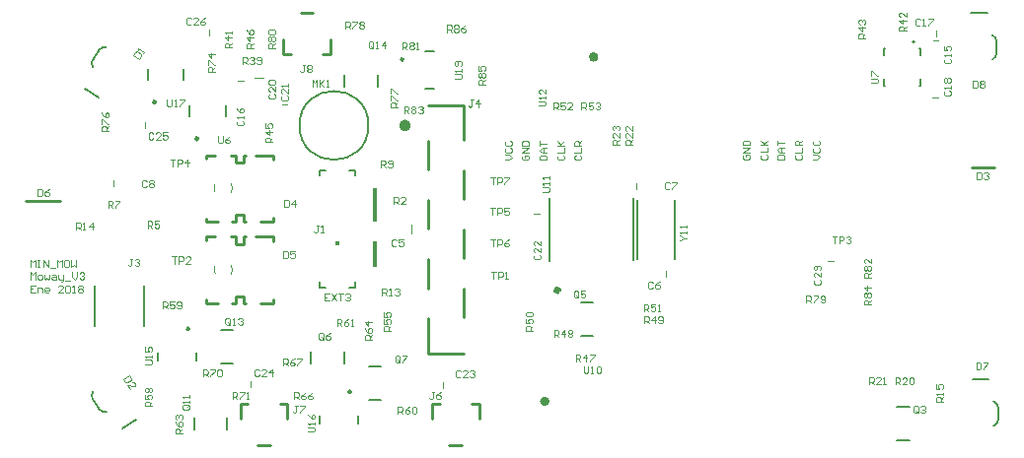
<source format=gto>
G04*
G04 #@! TF.GenerationSoftware,Altium Limited,Altium Designer,18.0.9 (584)*
G04*
G04 Layer_Color=65535*
%FSLAX44Y44*%
%MOMM*%
G71*
G01*
G75*
%ADD10C,0.1000*%
%ADD11C,0.2000*%
%ADD12C,0.5000*%
%ADD13C,0.1998*%
%ADD14C,0.2500*%
%ADD15C,0.4000*%
%ADD16C,0.2540*%
%ADD17R,0.3845X2.9500*%
%ADD18R,0.3845X2.3250*%
%ADD19R,0.3250X0.3500*%
D10*
X182995Y151364D02*
G03*
X183058Y159051I-6757J3898D01*
G01*
X169216Y158660D02*
G03*
X169261Y151773I7022J-3398D01*
G01*
X169216Y228660D02*
G03*
X169261Y221773I7022J-3398D01*
G01*
X182995Y221364D02*
G03*
X183058Y229051I-6757J3898D01*
G01*
X337893Y186242D02*
Y193742D01*
X556422Y148884D02*
Y153884D01*
X530952Y224576D02*
Y229576D01*
X82052Y226804D02*
Y231804D01*
X785102Y352232D02*
X790102D01*
X188435Y318000D02*
X193435D01*
X787751Y355894D02*
Y360894D01*
X784340Y303316D02*
X789340D01*
X203185Y320000D02*
X210685D01*
X226300Y297300D02*
X231300D01*
X442964Y203388D02*
X447964D01*
X364440Y53700D02*
Y58700D01*
X199300Y54050D02*
Y59050D01*
X109050Y277300D02*
Y282300D01*
X163750Y356250D02*
Y361250D01*
X695051Y162300D02*
X700050D01*
X682002Y250250D02*
X686001D01*
X688000Y252249D01*
X686001Y254249D01*
X682002D01*
X683002Y260247D02*
X682002Y259247D01*
Y257248D01*
X683002Y256248D01*
X687000D01*
X688000Y257248D01*
Y259247D01*
X687000Y260247D01*
X683002Y266245D02*
X682002Y265245D01*
Y263246D01*
X683002Y262246D01*
X687000D01*
X688000Y263246D01*
Y265245D01*
X687000Y266245D01*
X667752Y254249D02*
X666752Y253249D01*
Y251250D01*
X667752Y250250D01*
X671750D01*
X672750Y251250D01*
Y253249D01*
X671750Y254249D01*
X666752Y256248D02*
X672750D01*
Y260247D01*
Y262246D02*
X666752D01*
Y265245D01*
X667752Y266245D01*
X669751D01*
X670751Y265245D01*
Y262246D01*
Y264245D02*
X672750Y266245D01*
X651862Y250190D02*
X657860D01*
Y253189D01*
X656860Y254189D01*
X652862D01*
X651862Y253189D01*
Y250190D01*
X657860Y256188D02*
X653861D01*
X651862Y258187D01*
X653861Y260187D01*
X657860D01*
X654861D01*
Y256188D01*
X651862Y262186D02*
Y266185D01*
Y264186D01*
X657860D01*
X638260Y254312D02*
X637261Y253312D01*
Y251313D01*
X638260Y250313D01*
X642259D01*
X643259Y251313D01*
Y253312D01*
X642259Y254312D01*
X637261Y256311D02*
X643259D01*
Y260310D01*
X637261Y262310D02*
X643259D01*
X641259D01*
X637261Y266308D01*
X640259Y263309D01*
X643259Y266308D01*
X622890Y254189D02*
X621890Y253189D01*
Y251190D01*
X622890Y250190D01*
X626888D01*
X627888Y251190D01*
Y253189D01*
X626888Y254189D01*
X624889D01*
Y252189D01*
X627888Y256188D02*
X621890D01*
X627888Y260187D01*
X621890D01*
Y262186D02*
X627888D01*
Y265185D01*
X626888Y266185D01*
X622890D01*
X621890Y265185D01*
Y262186D01*
X417674Y249936D02*
X421673D01*
X423672Y251935D01*
X421673Y253935D01*
X417674D01*
X418674Y259933D02*
X417674Y258933D01*
Y256934D01*
X418674Y255934D01*
X422672D01*
X423672Y256934D01*
Y258933D01*
X422672Y259933D01*
X418674Y265931D02*
X417674Y264931D01*
Y262932D01*
X418674Y261932D01*
X422672D01*
X423672Y262932D01*
Y264931D01*
X422672Y265931D01*
X14667Y141634D02*
X10668D01*
Y135636D01*
X14667D01*
X10668Y138635D02*
X12667D01*
X16666Y135636D02*
Y139635D01*
X19665D01*
X20665Y138635D01*
Y135636D01*
X25663D02*
X23664D01*
X22664Y136636D01*
Y138635D01*
X23664Y139635D01*
X25663D01*
X26663Y138635D01*
Y137635D01*
X22664D01*
X38659Y135636D02*
X34660D01*
X38659Y139635D01*
Y140634D01*
X37659Y141634D01*
X35660D01*
X34660Y140634D01*
X40658D02*
X41658Y141634D01*
X43657D01*
X44657Y140634D01*
Y136636D01*
X43657Y135636D01*
X41658D01*
X40658Y136636D01*
Y140634D01*
X46656Y135636D02*
X48656D01*
X47656D01*
Y141634D01*
X46656Y140634D01*
X51655D02*
X52654Y141634D01*
X54654D01*
X55653Y140634D01*
Y139635D01*
X54654Y138635D01*
X55653Y137635D01*
Y136636D01*
X54654Y135636D01*
X52654D01*
X51655Y136636D01*
Y137635D01*
X52654Y138635D01*
X51655Y139635D01*
Y140634D01*
X52654Y138635D02*
X54654D01*
X10750Y147000D02*
Y152998D01*
X12749Y150999D01*
X14749Y152998D01*
Y147000D01*
X17748D02*
X19747D01*
X20747Y148000D01*
Y149999D01*
X19747Y150999D01*
X17748D01*
X16748Y149999D01*
Y148000D01*
X17748Y147000D01*
X22746Y150999D02*
Y148000D01*
X23746Y147000D01*
X24746Y148000D01*
X25745Y147000D01*
X26745Y148000D01*
Y150999D01*
X29744D02*
X31743D01*
X32743Y149999D01*
Y147000D01*
X29744D01*
X28744Y148000D01*
X29744Y148999D01*
X32743D01*
X34742Y150999D02*
Y148000D01*
X35742Y147000D01*
X38741D01*
Y146000D01*
X37741Y145001D01*
X36742D01*
X38741Y147000D02*
Y150999D01*
X40740Y146000D02*
X44739D01*
X46738Y152998D02*
Y148999D01*
X48738Y147000D01*
X50737Y148999D01*
Y152998D01*
X52736Y151998D02*
X53736Y152998D01*
X55735D01*
X56735Y151998D01*
Y150999D01*
X55735Y149999D01*
X54736D01*
X55735D01*
X56735Y148999D01*
Y148000D01*
X55735Y147000D01*
X53736D01*
X52736Y148000D01*
X10750Y157500D02*
Y163498D01*
X12749Y161499D01*
X14749Y163498D01*
Y157500D01*
X16748Y163498D02*
X18747D01*
X17748D01*
Y157500D01*
X16748D01*
X18747D01*
X21746D02*
Y163498D01*
X25745Y157500D01*
Y163498D01*
X27745Y156500D02*
X31743D01*
X33742Y157500D02*
Y163498D01*
X35742Y161499D01*
X37741Y163498D01*
Y157500D01*
X42740Y163498D02*
X40740D01*
X39741Y162498D01*
Y158500D01*
X40740Y157500D01*
X42740D01*
X43739Y158500D01*
Y162498D01*
X42740Y163498D01*
X45739D02*
Y157500D01*
X47738Y159499D01*
X49737Y157500D01*
Y163498D01*
X433406Y253681D02*
X432406Y252681D01*
Y250682D01*
X433406Y249682D01*
X437404D01*
X438404Y250682D01*
Y252681D01*
X437404Y253681D01*
X435405D01*
Y251681D01*
X438404Y255680D02*
X432406D01*
X438404Y259679D01*
X432406D01*
Y261678D02*
X438404D01*
Y264677D01*
X437404Y265677D01*
X433406D01*
X432406Y264677D01*
Y261678D01*
X447900Y249682D02*
X453898D01*
Y252681D01*
X452898Y253681D01*
X448900D01*
X447900Y252681D01*
Y249682D01*
X453898Y255680D02*
X449899D01*
X447900Y257679D01*
X449899Y259679D01*
X453898D01*
X450899D01*
Y255680D01*
X447900Y261678D02*
Y265677D01*
Y263678D01*
X453898D01*
X463632Y253681D02*
X462632Y252681D01*
Y250682D01*
X463632Y249682D01*
X467630D01*
X468630Y250682D01*
Y252681D01*
X467630Y253681D01*
X462632Y255680D02*
X468630D01*
Y259679D01*
X462632Y261678D02*
X468630D01*
X466631D01*
X462632Y265677D01*
X465631Y262678D01*
X468630Y265677D01*
X478618Y253681D02*
X477618Y252681D01*
Y250682D01*
X478618Y249682D01*
X482616D01*
X483616Y250682D01*
Y252681D01*
X482616Y253681D01*
X477618Y255680D02*
X483616D01*
Y259679D01*
Y261678D02*
X477618D01*
Y264677D01*
X478618Y265677D01*
X480617D01*
X481617Y264677D01*
Y261678D01*
Y263678D02*
X483616Y265677D01*
X266999Y134498D02*
X263000D01*
Y128500D01*
X266999D01*
X263000Y131499D02*
X264999D01*
X268998Y134498D02*
X272997Y128500D01*
Y134498D02*
X268998Y128500D01*
X274996Y134498D02*
X278995D01*
X276996D01*
Y128500D01*
X280994Y133498D02*
X281994Y134498D01*
X283993D01*
X284993Y133498D01*
Y132499D01*
X283993Y131499D01*
X282994D01*
X283993D01*
X284993Y130499D01*
Y129500D01*
X283993Y128500D01*
X281994D01*
X280994Y129500D01*
X568042Y180340D02*
X569042D01*
X571041Y182339D01*
X569042Y184339D01*
X568042D01*
X571041Y182339D02*
X574040D01*
Y186338D02*
Y188337D01*
Y187338D01*
X568042D01*
X569042Y186338D01*
X574040Y191336D02*
Y193336D01*
Y192336D01*
X568042D01*
X569042Y191336D01*
X324999Y180498D02*
X323999Y181498D01*
X322000D01*
X321000Y180498D01*
Y176500D01*
X322000Y175500D01*
X323999D01*
X324999Y176500D01*
X330997Y181498D02*
X326998D01*
Y178499D01*
X328997Y179499D01*
X329997D01*
X330997Y178499D01*
Y176500D01*
X329997Y175500D01*
X327998D01*
X326998Y176500D01*
X544765Y144190D02*
X543765Y145190D01*
X541766D01*
X540766Y144190D01*
Y140192D01*
X541766Y139192D01*
X543765D01*
X544765Y140192D01*
X550763Y145190D02*
X548763Y144190D01*
X546764Y142191D01*
Y140192D01*
X547764Y139192D01*
X549763D01*
X550763Y140192D01*
Y141191D01*
X549763Y142191D01*
X546764D01*
X559243Y229534D02*
X558243Y230534D01*
X556244D01*
X555244Y229534D01*
Y225536D01*
X556244Y224536D01*
X558243D01*
X559243Y225536D01*
X561242Y230534D02*
X565241D01*
Y229534D01*
X561242Y225536D01*
Y224536D01*
X110433Y231248D02*
X109434Y232248D01*
X107434D01*
X106435Y231248D01*
Y227249D01*
X107434Y226250D01*
X109434D01*
X110433Y227249D01*
X112433Y231248D02*
X113432Y232248D01*
X115432D01*
X116432Y231248D01*
Y230248D01*
X115432Y229249D01*
X116432Y228249D01*
Y227249D01*
X115432Y226250D01*
X113432D01*
X112433Y227249D01*
Y228249D01*
X113432Y229249D01*
X112433Y230248D01*
Y231248D01*
X113432Y229249D02*
X115432D01*
X795610Y336485D02*
X794610Y335485D01*
Y333486D01*
X795610Y332486D01*
X799608D01*
X800608Y333486D01*
Y335485D01*
X799608Y336485D01*
X800608Y338484D02*
Y340483D01*
Y339484D01*
X794610D01*
X795610Y338484D01*
X794610Y347481D02*
Y343482D01*
X797609D01*
X796609Y345482D01*
Y346482D01*
X797609Y347481D01*
X799608D01*
X800608Y346482D01*
Y344482D01*
X799608Y343482D01*
X188686Y283248D02*
X187687Y282249D01*
Y280249D01*
X188686Y279250D01*
X192685D01*
X193685Y280249D01*
Y282249D01*
X192685Y283248D01*
X193685Y285248D02*
Y287247D01*
Y286247D01*
X187687D01*
X188686Y285248D01*
X187687Y294245D02*
X188686Y292246D01*
X190686Y290246D01*
X192685D01*
X193685Y291246D01*
Y293245D01*
X192685Y294245D01*
X191685D01*
X190686Y293245D01*
Y290246D01*
X774381Y369996D02*
X773381Y370996D01*
X771382D01*
X770382Y369996D01*
Y365998D01*
X771382Y364998D01*
X773381D01*
X774381Y365998D01*
X776380Y364998D02*
X778379D01*
X777380D01*
Y370996D01*
X776380Y369996D01*
X781378Y370996D02*
X785377D01*
Y369996D01*
X781378Y365998D01*
Y364998D01*
X795436Y308998D02*
X794437Y307999D01*
Y305999D01*
X795436Y305000D01*
X799435D01*
X800435Y305999D01*
Y307999D01*
X799435Y308998D01*
X800435Y310998D02*
Y312997D01*
Y311997D01*
X794437D01*
X795436Y310998D01*
Y315996D02*
X794437Y316996D01*
Y318995D01*
X795436Y319995D01*
X796436D01*
X797436Y318995D01*
X798435Y319995D01*
X799435D01*
X800435Y318995D01*
Y316996D01*
X799435Y315996D01*
X798435D01*
X797436Y316996D01*
X796436Y315996D01*
X795436D01*
X797436Y316996D02*
Y318995D01*
X216186Y306248D02*
X215187Y305249D01*
Y303249D01*
X216186Y302250D01*
X220185D01*
X221185Y303249D01*
Y305249D01*
X220185Y306248D01*
X221185Y312246D02*
Y308248D01*
X217186Y312246D01*
X216186D01*
X215187Y311247D01*
Y309247D01*
X216186Y308248D01*
Y314246D02*
X215187Y315245D01*
Y317245D01*
X216186Y318244D01*
X220185D01*
X221185Y317245D01*
Y315245D01*
X220185Y314246D01*
X216186D01*
X226936Y304748D02*
X225937Y303749D01*
Y301749D01*
X226936Y300750D01*
X230935D01*
X231935Y301749D01*
Y303749D01*
X230935Y304748D01*
X231935Y310746D02*
Y306748D01*
X227936Y310746D01*
X226936D01*
X225937Y309747D01*
Y307747D01*
X226936Y306748D01*
X231935Y312746D02*
Y314745D01*
Y313745D01*
X225937D01*
X226936Y312746D01*
X99279Y339787D02*
X104329Y336550D01*
X105947Y339075D01*
X105645Y340456D01*
X102279Y342613D01*
X100898Y342311D01*
X99279Y339787D01*
X107566Y341599D02*
X108645Y343283D01*
X108105Y342441D01*
X103055Y345678D01*
X103357Y344297D01*
X95662Y64451D02*
X90613Y61214D01*
X92231Y58689D01*
X93612Y58387D01*
X96979Y60545D01*
X97281Y61926D01*
X95662Y64451D01*
X96007Y52798D02*
X93850Y56164D01*
X99374Y54956D01*
X100216Y55495D01*
X100518Y56876D01*
X99439Y58559D01*
X98058Y58861D01*
X822935Y238998D02*
Y233000D01*
X825934D01*
X826933Y233999D01*
Y237998D01*
X825934Y238998D01*
X822935D01*
X828933Y237998D02*
X829932Y238998D01*
X831932D01*
X832932Y237998D01*
Y236998D01*
X831932Y235999D01*
X830932D01*
X831932D01*
X832932Y234999D01*
Y233999D01*
X831932Y233000D01*
X829932D01*
X828933Y233999D01*
X228435Y214998D02*
Y209000D01*
X231434D01*
X232433Y209999D01*
Y213998D01*
X231434Y214998D01*
X228435D01*
X237432Y209000D02*
Y214998D01*
X234433Y211999D01*
X238431D01*
X227685Y171498D02*
Y165500D01*
X230684D01*
X231683Y166499D01*
Y170498D01*
X230684Y171498D01*
X227685D01*
X237682D02*
X233683D01*
Y168499D01*
X235682Y169498D01*
X236682D01*
X237682Y168499D01*
Y166499D01*
X236682Y165500D01*
X234682D01*
X233683Y166499D01*
X16953Y224692D02*
Y218694D01*
X19952D01*
X20951Y219693D01*
Y223692D01*
X19952Y224692D01*
X16953D01*
X26950D02*
X24950Y223692D01*
X22951Y221693D01*
Y219693D01*
X23950Y218694D01*
X25950D01*
X26950Y219693D01*
Y220693D01*
X25950Y221693D01*
X22951D01*
X822400Y75366D02*
Y69368D01*
X825399D01*
X826399Y70368D01*
Y74366D01*
X825399Y75366D01*
X822400D01*
X828399D02*
X832397D01*
Y74366D01*
X828399Y70368D01*
Y69368D01*
X819593Y317910D02*
Y311912D01*
X822592D01*
X823591Y312911D01*
Y316910D01*
X822592Y317910D01*
X819593D01*
X825591Y316910D02*
X826590Y317910D01*
X828590D01*
X829589Y316910D01*
Y315910D01*
X828590Y314911D01*
X829589Y313911D01*
Y312911D01*
X828590Y311912D01*
X826590D01*
X825591Y312911D01*
Y313911D01*
X826590Y314911D01*
X825591Y315910D01*
Y316910D01*
X826590Y314911D02*
X828590D01*
X258055Y193316D02*
X256056D01*
X257055D01*
Y188317D01*
X256056Y187318D01*
X255056D01*
X254056Y188317D01*
X260054Y187318D02*
X262054D01*
X261054D01*
Y193316D01*
X260054Y192316D01*
X98233Y164494D02*
X96233D01*
X97233D01*
Y159496D01*
X96233Y158496D01*
X95234D01*
X94234Y159496D01*
X100232Y163494D02*
X101232Y164494D01*
X103231D01*
X104231Y163494D01*
Y162495D01*
X103231Y161495D01*
X102231D01*
X103231D01*
X104231Y160495D01*
Y159496D01*
X103231Y158496D01*
X101232D01*
X100232Y159496D01*
X390587Y301146D02*
X388587D01*
X389587D01*
Y296148D01*
X388587Y295148D01*
X387588D01*
X386588Y296148D01*
X395585Y295148D02*
Y301146D01*
X392586Y298147D01*
X396585D01*
X252685Y312250D02*
Y318248D01*
X254684Y316248D01*
X256683Y318248D01*
Y312250D01*
X258683Y318248D02*
Y312250D01*
Y314249D01*
X262682Y318248D01*
X259682Y315249D01*
X262682Y312250D01*
X264681D02*
X266680D01*
X265681D01*
Y318248D01*
X264681Y317248D01*
X772603Y33004D02*
Y37002D01*
X771603Y38002D01*
X769604D01*
X768604Y37002D01*
Y33004D01*
X769604Y32004D01*
X771603D01*
X770603Y34003D02*
X772603Y32004D01*
X771603D02*
X772603Y33004D01*
X774602Y37002D02*
X775602Y38002D01*
X777601D01*
X778601Y37002D01*
Y36003D01*
X777601Y35003D01*
X776601D01*
X777601D01*
X778601Y34003D01*
Y33004D01*
X777601Y32004D01*
X775602D01*
X774602Y33004D01*
X322435Y211500D02*
Y217498D01*
X325434D01*
X326433Y216498D01*
Y214499D01*
X325434Y213499D01*
X322435D01*
X324434D02*
X326433Y211500D01*
X332431D02*
X328433D01*
X332431Y215498D01*
Y216498D01*
X331432Y217498D01*
X329432D01*
X328433Y216498D01*
X111185Y191000D02*
Y196998D01*
X114184D01*
X115183Y195998D01*
Y193999D01*
X114184Y192999D01*
X111185D01*
X113184D02*
X115183Y191000D01*
X121181Y196998D02*
X117183D01*
Y193999D01*
X119182Y194998D01*
X120182D01*
X121181Y193999D01*
Y191999D01*
X120182Y191000D01*
X118182D01*
X117183Y191999D01*
X77435Y208750D02*
Y214748D01*
X80434D01*
X81433Y213748D01*
Y211749D01*
X80434Y210749D01*
X77435D01*
X79434D02*
X81433Y208750D01*
X83433Y214748D02*
X87431D01*
Y213748D01*
X83433Y209749D01*
Y208750D01*
X311352Y243308D02*
Y249306D01*
X314351D01*
X315351Y248306D01*
Y246307D01*
X314351Y245307D01*
X311352D01*
X313351D02*
X315351Y243308D01*
X317350Y244308D02*
X318350Y243308D01*
X320349D01*
X321349Y244308D01*
Y248306D01*
X320349Y249306D01*
X318350D01*
X317350Y248306D01*
Y247307D01*
X318350Y246307D01*
X321349D01*
X312500Y133250D02*
Y139248D01*
X315499D01*
X316499Y138248D01*
Y136249D01*
X315499Y135249D01*
X312500D01*
X314499D02*
X316499Y133250D01*
X318498D02*
X320497D01*
X319498D01*
Y139248D01*
X318498Y138248D01*
X323496D02*
X324496Y139248D01*
X326496D01*
X327495Y138248D01*
Y137249D01*
X326496Y136249D01*
X325496D01*
X326496D01*
X327495Y135249D01*
Y134250D01*
X326496Y133250D01*
X324496D01*
X323496Y134250D01*
X49750Y189750D02*
Y195748D01*
X52749D01*
X53749Y194748D01*
Y192749D01*
X52749Y191749D01*
X49750D01*
X51749D02*
X53749Y189750D01*
X55748D02*
X57747D01*
X56748D01*
Y195748D01*
X55748Y194748D01*
X63745Y189750D02*
Y195748D01*
X60746Y192749D01*
X64745D01*
X793939Y41656D02*
X787941D01*
Y44655D01*
X788940Y45654D01*
X790940D01*
X791939Y44655D01*
Y41656D01*
Y43655D02*
X793939Y45654D01*
Y47654D02*
Y49653D01*
Y48653D01*
X787941D01*
X788940Y47654D01*
X787941Y56651D02*
Y52652D01*
X790940D01*
X789940Y54651D01*
Y55651D01*
X790940Y56651D01*
X792939D01*
X793939Y55651D01*
Y53652D01*
X792939Y52652D01*
X752935Y56500D02*
Y62498D01*
X755934D01*
X756933Y61498D01*
Y59499D01*
X755934Y58499D01*
X752935D01*
X754934D02*
X756933Y56500D01*
X762932D02*
X758933D01*
X762932Y60498D01*
Y61498D01*
X761932Y62498D01*
X759932D01*
X758933Y61498D01*
X764931D02*
X765930Y62498D01*
X767930D01*
X768930Y61498D01*
Y57499D01*
X767930Y56500D01*
X765930D01*
X764931Y57499D01*
Y61498D01*
X730486Y56978D02*
Y62976D01*
X733485D01*
X734485Y61976D01*
Y59977D01*
X733485Y58977D01*
X730486D01*
X732486D02*
X734485Y56978D01*
X740483D02*
X736484D01*
X740483Y60976D01*
Y61976D01*
X739483Y62976D01*
X737484D01*
X736484Y61976D01*
X742482Y56978D02*
X744482D01*
X743482D01*
Y62976D01*
X742482Y61976D01*
X527304Y262636D02*
X521306D01*
Y265635D01*
X522306Y266635D01*
X524305D01*
X525305Y265635D01*
Y262636D01*
Y264635D02*
X527304Y266635D01*
Y272633D02*
Y268634D01*
X523305Y272633D01*
X522306D01*
X521306Y271633D01*
Y269634D01*
X522306Y268634D01*
X527304Y278631D02*
Y274632D01*
X523305Y278631D01*
X522306D01*
X521306Y277631D01*
Y275632D01*
X522306Y274632D01*
X516128Y262890D02*
X510130D01*
Y265889D01*
X511130Y266889D01*
X513129D01*
X514129Y265889D01*
Y262890D01*
Y264889D02*
X516128Y266889D01*
Y272887D02*
Y268888D01*
X512129Y272887D01*
X511130D01*
X510130Y271887D01*
Y269888D01*
X511130Y268888D01*
Y274886D02*
X510130Y275886D01*
Y277885D01*
X511130Y278885D01*
X512129D01*
X513129Y277885D01*
Y276886D01*
Y277885D01*
X514129Y278885D01*
X515128D01*
X516128Y277885D01*
Y275886D01*
X515128Y274886D01*
X192685Y332000D02*
Y337998D01*
X195684D01*
X196683Y336998D01*
Y334999D01*
X195684Y333999D01*
X192685D01*
X194684D02*
X196683Y332000D01*
X198683Y336998D02*
X199683Y337998D01*
X201682D01*
X202682Y336998D01*
Y335998D01*
X201682Y334999D01*
X200682D01*
X201682D01*
X202682Y333999D01*
Y332999D01*
X201682Y332000D01*
X199683D01*
X198683Y332999D01*
X204681D02*
X205681Y332000D01*
X207680D01*
X208680Y332999D01*
Y336998D01*
X207680Y337998D01*
X205681D01*
X204681Y336998D01*
Y335998D01*
X205681Y334999D01*
X208680D01*
X183323Y346202D02*
X177325D01*
Y349201D01*
X178324Y350200D01*
X180324D01*
X181323Y349201D01*
Y346202D01*
Y348201D02*
X183323Y350200D01*
Y355199D02*
X177325D01*
X180324Y352200D01*
Y356198D01*
X183323Y358198D02*
Y360197D01*
Y359198D01*
X177325D01*
X178324Y358198D01*
X762254Y360426D02*
X756256D01*
Y363425D01*
X757256Y364425D01*
X759255D01*
X760255Y363425D01*
Y360426D01*
Y362425D02*
X762254Y364425D01*
Y369423D02*
X756256D01*
X759255Y366424D01*
Y370423D01*
X762254Y376421D02*
Y372422D01*
X758255Y376421D01*
X757256D01*
X756256Y375421D01*
Y373422D01*
X757256Y372422D01*
X727500Y354250D02*
X721502D01*
Y357249D01*
X722502Y358249D01*
X724501D01*
X725501Y357249D01*
Y354250D01*
Y356249D02*
X727500Y358249D01*
Y363247D02*
X721502D01*
X724501Y360248D01*
Y364247D01*
X722502Y366246D02*
X721502Y367246D01*
Y369245D01*
X722502Y370245D01*
X723501D01*
X724501Y369245D01*
Y368246D01*
Y369245D01*
X725501Y370245D01*
X726500D01*
X727500Y369245D01*
Y367246D01*
X726500Y366246D01*
X218375Y264922D02*
X212377D01*
Y267921D01*
X213376Y268920D01*
X215376D01*
X216375Y267921D01*
Y264922D01*
Y266921D02*
X218375Y268920D01*
Y273919D02*
X212377D01*
X215376Y270920D01*
Y274918D01*
X212377Y280917D02*
Y276918D01*
X215376D01*
X214376Y278917D01*
Y279917D01*
X215376Y280917D01*
X217375D01*
X218375Y279917D01*
Y277917D01*
X217375Y276918D01*
X201865Y345694D02*
X195867D01*
Y348693D01*
X196866Y349692D01*
X198866D01*
X199865Y348693D01*
Y345694D01*
Y347693D02*
X201865Y349692D01*
Y354691D02*
X195867D01*
X198866Y351692D01*
Y355690D01*
X195867Y361688D02*
X196866Y359689D01*
X198866Y357690D01*
X200865D01*
X201865Y358689D01*
Y360689D01*
X200865Y361688D01*
X199865D01*
X198866Y360689D01*
Y357690D01*
X171958Y269904D02*
Y264906D01*
X172958Y263906D01*
X174957D01*
X175957Y264906D01*
Y269904D01*
X181955D02*
X179955Y268904D01*
X177956Y266905D01*
Y264906D01*
X178956Y263906D01*
X180955D01*
X181955Y264906D01*
Y265905D01*
X180955Y266905D01*
X177956D01*
X731937Y315750D02*
X736935D01*
X737935Y316749D01*
Y318749D01*
X736935Y319748D01*
X731937D01*
Y321748D02*
Y325746D01*
X732936D01*
X736935Y321748D01*
X737935D01*
X405577Y234830D02*
X409576D01*
X407577D01*
Y228832D01*
X411575D02*
Y234830D01*
X414574D01*
X415574Y233830D01*
Y231831D01*
X414574Y230831D01*
X411575D01*
X417573Y234830D02*
X421572D01*
Y233830D01*
X417573Y229832D01*
Y228832D01*
X130800Y250298D02*
X134799D01*
X132800D01*
Y244300D01*
X136798D02*
Y250298D01*
X139797D01*
X140797Y249298D01*
Y247299D01*
X139797Y246299D01*
X136798D01*
X145796Y244300D02*
Y250298D01*
X142797Y247299D01*
X146795D01*
X405577Y181236D02*
X409576D01*
X407577D01*
Y175238D01*
X411575D02*
Y181236D01*
X414574D01*
X415574Y180236D01*
Y178237D01*
X414574Y177237D01*
X411575D01*
X421572Y181236D02*
X419573Y180236D01*
X417573Y178237D01*
Y176238D01*
X418573Y175238D01*
X420572D01*
X421572Y176238D01*
Y177237D01*
X420572Y178237D01*
X417573D01*
X128016Y301400D02*
Y296402D01*
X129016Y295402D01*
X131015D01*
X132015Y296402D01*
Y301400D01*
X134014Y295402D02*
X136013D01*
X135014D01*
Y301400D01*
X134014Y300400D01*
X139012Y301400D02*
X143011D01*
Y300400D01*
X139012Y296402D01*
Y295402D01*
X450440Y222250D02*
X455438D01*
X456438Y223250D01*
Y225249D01*
X455438Y226249D01*
X450440D01*
X456438Y228248D02*
Y230247D01*
Y229248D01*
X450440D01*
X451440Y228248D01*
X456438Y233246D02*
Y235246D01*
Y234246D01*
X450440D01*
X451440Y233246D01*
X374687Y319500D02*
X379685D01*
X380685Y320499D01*
Y322499D01*
X379685Y323498D01*
X374687D01*
X380685Y325498D02*
Y327497D01*
Y326497D01*
X374687D01*
X375686Y325498D01*
X379685Y330496D02*
X380685Y331496D01*
Y333495D01*
X379685Y334495D01*
X375686D01*
X374687Y333495D01*
Y331496D01*
X375686Y330496D01*
X376686D01*
X377686Y331496D01*
Y334495D01*
X249018Y16002D02*
X254016D01*
X255016Y17002D01*
Y19001D01*
X254016Y20001D01*
X249018D01*
X255016Y22000D02*
Y23999D01*
Y23000D01*
X249018D01*
X250018Y22000D01*
X249018Y30997D02*
X250018Y28998D01*
X252017Y26998D01*
X254016D01*
X255016Y27998D01*
Y29997D01*
X254016Y30997D01*
X253017D01*
X252017Y29997D01*
Y26998D01*
X109253Y73660D02*
X114251D01*
X115251Y74659D01*
Y76659D01*
X114251Y77658D01*
X109253D01*
X115251Y79658D02*
Y81657D01*
Y80657D01*
X109253D01*
X110252Y79658D01*
X109253Y88655D02*
Y84656D01*
X112252D01*
X111252Y86656D01*
Y87655D01*
X112252Y88655D01*
X114251D01*
X115251Y87655D01*
Y85656D01*
X114251Y84656D01*
X447252Y296500D02*
X451834D01*
X452750Y297416D01*
Y299249D01*
X451834Y300166D01*
X447252D01*
X452750Y301998D02*
Y303831D01*
Y302915D01*
X447252D01*
X448168Y301998D01*
X452750Y310245D02*
Y306580D01*
X449085Y310245D01*
X448168D01*
X447252Y309329D01*
Y307496D01*
X448168Y306580D01*
X485448Y72520D02*
Y67522D01*
X486448Y66522D01*
X488447D01*
X489447Y67522D01*
Y72520D01*
X491446Y66522D02*
X493446D01*
X492446D01*
Y72520D01*
X491446Y71520D01*
X496445D02*
X497444Y72520D01*
X499444D01*
X500444Y71520D01*
Y67522D01*
X499444Y66522D01*
X497444D01*
X496445Y67522D01*
Y71520D01*
X368250Y359500D02*
Y365498D01*
X371249D01*
X372249Y364498D01*
Y362499D01*
X371249Y361499D01*
X368250D01*
X370249D02*
X372249Y359500D01*
X374248Y364498D02*
X375248Y365498D01*
X377247D01*
X378247Y364498D01*
Y363499D01*
X377247Y362499D01*
X378247Y361499D01*
Y360500D01*
X377247Y359500D01*
X375248D01*
X374248Y360500D01*
Y361499D01*
X375248Y362499D01*
X374248Y363499D01*
Y364498D01*
X375248Y362499D02*
X377247D01*
X384245Y365498D02*
X382245Y364498D01*
X380246Y362499D01*
Y360500D01*
X381246Y359500D01*
X383245D01*
X384245Y360500D01*
Y361499D01*
X383245Y362499D01*
X380246D01*
X400935Y314500D02*
X394937D01*
Y317499D01*
X395936Y318498D01*
X397936D01*
X398935Y317499D01*
Y314500D01*
Y316499D02*
X400935Y318498D01*
X395936Y320498D02*
X394937Y321497D01*
Y323497D01*
X395936Y324496D01*
X396936D01*
X397936Y323497D01*
X398935Y324496D01*
X399935D01*
X400935Y323497D01*
Y321497D01*
X399935Y320498D01*
X398935D01*
X397936Y321497D01*
X396936Y320498D01*
X395936D01*
X397936Y321497D02*
Y323497D01*
X394937Y330494D02*
Y326496D01*
X397936D01*
X396936Y328495D01*
Y329495D01*
X397936Y330494D01*
X399935D01*
X400935Y329495D01*
Y327495D01*
X399935Y326496D01*
X732028Y125222D02*
X726030D01*
Y128221D01*
X727030Y129221D01*
X729029D01*
X730029Y128221D01*
Y125222D01*
Y127221D02*
X732028Y129221D01*
X727030Y131220D02*
X726030Y132220D01*
Y134219D01*
X727030Y135219D01*
X728029D01*
X729029Y134219D01*
X730029Y135219D01*
X731028D01*
X732028Y134219D01*
Y132220D01*
X731028Y131220D01*
X730029D01*
X729029Y132220D01*
X728029Y131220D01*
X727030D01*
X729029Y132220D02*
Y134219D01*
X732028Y140217D02*
X726030D01*
X729029Y137218D01*
Y141217D01*
X331405Y289814D02*
Y295812D01*
X334404D01*
X335403Y294812D01*
Y292813D01*
X334404Y291813D01*
X331405D01*
X333404D02*
X335403Y289814D01*
X337403Y294812D02*
X338402Y295812D01*
X340402D01*
X341401Y294812D01*
Y293812D01*
X340402Y292813D01*
X341401Y291813D01*
Y290813D01*
X340402Y289814D01*
X338402D01*
X337403Y290813D01*
Y291813D01*
X338402Y292813D01*
X337403Y293812D01*
Y294812D01*
X338402Y292813D02*
X340402D01*
X343401Y294812D02*
X344400Y295812D01*
X346400D01*
X347399Y294812D01*
Y293812D01*
X346400Y292813D01*
X345400D01*
X346400D01*
X347399Y291813D01*
Y290813D01*
X346400Y289814D01*
X344400D01*
X343401Y290813D01*
X732028Y148590D02*
X726030D01*
Y151589D01*
X727030Y152589D01*
X729029D01*
X730029Y151589D01*
Y148590D01*
Y150589D02*
X732028Y152589D01*
X727030Y154588D02*
X726030Y155588D01*
Y157587D01*
X727030Y158587D01*
X728029D01*
X729029Y157587D01*
X730029Y158587D01*
X731028D01*
X732028Y157587D01*
Y155588D01*
X731028Y154588D01*
X730029D01*
X729029Y155588D01*
X728029Y154588D01*
X727030D01*
X729029Y155588D02*
Y157587D01*
X732028Y164585D02*
Y160586D01*
X728029Y164585D01*
X727030D01*
X726030Y163585D01*
Y161586D01*
X727030Y160586D01*
X329760Y344800D02*
Y350798D01*
X332760D01*
X333759Y349798D01*
Y347799D01*
X332760Y346799D01*
X329760D01*
X331760D02*
X333759Y344800D01*
X335759Y349798D02*
X336758Y350798D01*
X338758D01*
X339757Y349798D01*
Y348799D01*
X338758Y347799D01*
X339757Y346799D01*
Y345800D01*
X338758Y344800D01*
X336758D01*
X335759Y345800D01*
Y346799D01*
X336758Y347799D01*
X335759Y348799D01*
Y349798D01*
X336758Y347799D02*
X338758D01*
X341757Y344800D02*
X343756D01*
X342756D01*
Y350798D01*
X341757Y349798D01*
X220661Y345694D02*
X214663D01*
Y348693D01*
X215662Y349692D01*
X217662D01*
X218661Y348693D01*
Y345694D01*
Y347693D02*
X220661Y349692D01*
X215662Y351692D02*
X214663Y352691D01*
Y354691D01*
X215662Y355690D01*
X216662D01*
X217662Y354691D01*
X218661Y355690D01*
X219661D01*
X220661Y354691D01*
Y352691D01*
X219661Y351692D01*
X218661D01*
X217662Y352691D01*
X216662Y351692D01*
X215662D01*
X217662Y352691D02*
Y354691D01*
X215662Y357690D02*
X214663Y358689D01*
Y360689D01*
X215662Y361688D01*
X219661D01*
X220661Y360689D01*
Y358689D01*
X219661Y357690D01*
X215662D01*
X676656Y126746D02*
Y132744D01*
X679655D01*
X680655Y131744D01*
Y129745D01*
X679655Y128745D01*
X676656D01*
X678655D02*
X680655Y126746D01*
X682654Y132744D02*
X686653D01*
Y131744D01*
X682654Y127746D01*
Y126746D01*
X688652Y127746D02*
X689652Y126746D01*
X691651D01*
X692651Y127746D01*
Y131744D01*
X691651Y132744D01*
X689652D01*
X688652Y131744D01*
Y130745D01*
X689652Y129745D01*
X692651D01*
X281185Y362500D02*
Y368498D01*
X284184D01*
X285183Y367498D01*
Y365499D01*
X284184Y364499D01*
X281185D01*
X283184D02*
X285183Y362500D01*
X287183Y368498D02*
X291182D01*
Y367498D01*
X287183Y363499D01*
Y362500D01*
X293181Y367498D02*
X294181Y368498D01*
X296180D01*
X297180Y367498D01*
Y366498D01*
X296180Y365499D01*
X297180Y364499D01*
Y363499D01*
X296180Y362500D01*
X294181D01*
X293181Y363499D01*
Y364499D01*
X294181Y365499D01*
X293181Y366498D01*
Y367498D01*
X294181Y365499D02*
X296180D01*
X325685Y295000D02*
X319687D01*
Y297999D01*
X320686Y298998D01*
X322686D01*
X323685Y297999D01*
Y295000D01*
Y296999D02*
X325685Y298998D01*
X319687Y300998D02*
Y304996D01*
X320686D01*
X324685Y300998D01*
X325685D01*
X319687Y306996D02*
Y310994D01*
X320686D01*
X324685Y306996D01*
X325685D01*
X77948Y274272D02*
X71950D01*
Y277271D01*
X72950Y278271D01*
X74949D01*
X75949Y277271D01*
Y274272D01*
Y276271D02*
X77948Y278271D01*
X71950Y280270D02*
Y284269D01*
X72950D01*
X76949Y280270D01*
X77948D01*
X71950Y290267D02*
X72950Y288267D01*
X74949Y286268D01*
X76949D01*
X77948Y287268D01*
Y289267D01*
X76949Y290267D01*
X75949D01*
X74949Y289267D01*
Y286268D01*
X168935Y325250D02*
X162937D01*
Y328249D01*
X163936Y329248D01*
X165936D01*
X166935Y328249D01*
Y325250D01*
Y327249D02*
X168935Y329248D01*
X162937Y331248D02*
Y335246D01*
X163936D01*
X167935Y331248D01*
X168935D01*
Y340245D02*
X162937D01*
X165936Y337246D01*
Y341245D01*
X184185Y44250D02*
Y50248D01*
X187184D01*
X188183Y49248D01*
Y47249D01*
X187184Y46249D01*
X184185D01*
X186184D02*
X188183Y44250D01*
X190183Y50248D02*
X194181D01*
Y49248D01*
X190183Y45249D01*
Y44250D01*
X196181D02*
X198180D01*
X197181D01*
Y50248D01*
X196181Y49248D01*
X158935Y63250D02*
Y69248D01*
X161934D01*
X162933Y68248D01*
Y66249D01*
X161934Y65249D01*
X158935D01*
X160934D02*
X162933Y63250D01*
X164933Y69248D02*
X168932D01*
Y68248D01*
X164933Y64249D01*
Y63250D01*
X170931Y68248D02*
X171931Y69248D01*
X173930D01*
X174930Y68248D01*
Y64249D01*
X173930Y63250D01*
X171931D01*
X170931Y64249D01*
Y68248D01*
X227435Y72750D02*
Y78748D01*
X230434D01*
X231433Y77748D01*
Y75749D01*
X230434Y74749D01*
X227435D01*
X229434D02*
X231433Y72750D01*
X237432Y78748D02*
X235432Y77748D01*
X233433Y75749D01*
Y73749D01*
X234432Y72750D01*
X236432D01*
X237432Y73749D01*
Y74749D01*
X236432Y75749D01*
X233433D01*
X239431Y78748D02*
X243430D01*
Y77748D01*
X239431Y73749D01*
Y72750D01*
X236935Y43750D02*
Y49748D01*
X239934D01*
X240933Y48748D01*
Y46749D01*
X239934Y45749D01*
X236935D01*
X238934D02*
X240933Y43750D01*
X246931Y49748D02*
X244932Y48748D01*
X242933Y46749D01*
Y44749D01*
X243932Y43750D01*
X245932D01*
X246931Y44749D01*
Y45749D01*
X245932Y46749D01*
X242933D01*
X252929Y49748D02*
X250930Y48748D01*
X248931Y46749D01*
Y44749D01*
X249930Y43750D01*
X251930D01*
X252929Y44749D01*
Y45749D01*
X251930Y46749D01*
X248931D01*
X303685Y95000D02*
X297687D01*
Y97999D01*
X298686Y98998D01*
X300686D01*
X301685Y97999D01*
Y95000D01*
Y96999D02*
X303685Y98998D01*
X297687Y104996D02*
X298686Y102997D01*
X300686Y100998D01*
X302685D01*
X303685Y101997D01*
Y103997D01*
X302685Y104996D01*
X301685D01*
X300686Y103997D01*
Y100998D01*
X303685Y109995D02*
X297687D01*
X300686Y106996D01*
Y110995D01*
X140970Y14478D02*
X134972D01*
Y17477D01*
X135972Y18477D01*
X137971D01*
X138971Y17477D01*
Y14478D01*
Y16477D02*
X140970Y18477D01*
X134972Y24475D02*
X135972Y22475D01*
X137971Y20476D01*
X139970D01*
X140970Y21476D01*
Y23475D01*
X139970Y24475D01*
X138971D01*
X137971Y23475D01*
Y20476D01*
X135972Y26474D02*
X134972Y27474D01*
Y29473D01*
X135972Y30473D01*
X136971D01*
X137971Y29473D01*
Y28473D01*
Y29473D01*
X138971Y30473D01*
X139970D01*
X140970Y29473D01*
Y27474D01*
X139970Y26474D01*
X273874Y106998D02*
Y112996D01*
X276873D01*
X277873Y111996D01*
Y109997D01*
X276873Y108997D01*
X273874D01*
X275874D02*
X277873Y106998D01*
X283871Y112996D02*
X281872Y111996D01*
X279872Y109997D01*
Y107998D01*
X280872Y106998D01*
X282871D01*
X283871Y107998D01*
Y108997D01*
X282871Y109997D01*
X279872D01*
X285870Y106998D02*
X287870D01*
X286870D01*
Y112996D01*
X285870Y111996D01*
X326185Y31500D02*
Y37498D01*
X329184D01*
X330183Y36498D01*
Y34499D01*
X329184Y33499D01*
X326185D01*
X328184D02*
X330183Y31500D01*
X336181Y37498D02*
X334182Y36498D01*
X332183Y34499D01*
Y32499D01*
X333182Y31500D01*
X335182D01*
X336181Y32499D01*
Y33499D01*
X335182Y34499D01*
X332183D01*
X338181Y36498D02*
X339180Y37498D01*
X341180D01*
X342179Y36498D01*
Y32499D01*
X341180Y31500D01*
X339180D01*
X338181Y32499D01*
Y36498D01*
X124141Y121666D02*
Y127664D01*
X127140D01*
X128139Y126664D01*
Y124665D01*
X127140Y123665D01*
X124141D01*
X126140D02*
X128139Y121666D01*
X134137Y127664D02*
X130139D01*
Y124665D01*
X132138Y125664D01*
X133138D01*
X134137Y124665D01*
Y122665D01*
X133138Y121666D01*
X131138D01*
X130139Y122665D01*
X136137D02*
X137136Y121666D01*
X139136D01*
X140135Y122665D01*
Y126664D01*
X139136Y127664D01*
X137136D01*
X136137Y126664D01*
Y125664D01*
X137136Y124665D01*
X140135D01*
X115062Y37846D02*
X109064D01*
Y40845D01*
X110064Y41845D01*
X112063D01*
X113063Y40845D01*
Y37846D01*
Y39845D02*
X115062Y41845D01*
X109064Y47843D02*
Y43844D01*
X112063D01*
X111063Y45843D01*
Y46843D01*
X112063Y47843D01*
X114062D01*
X115062Y46843D01*
Y44844D01*
X114062Y43844D01*
X110064Y49842D02*
X109064Y50842D01*
Y52841D01*
X110064Y53841D01*
X111063D01*
X112063Y52841D01*
X113063Y53841D01*
X114062D01*
X115062Y52841D01*
Y50842D01*
X114062Y49842D01*
X113063D01*
X112063Y50842D01*
X111063Y49842D01*
X110064D01*
X112063Y50842D02*
Y52841D01*
X319935Y102750D02*
X313937D01*
Y105749D01*
X314936Y106748D01*
X316936D01*
X317935Y105749D01*
Y102750D01*
Y104749D02*
X319935Y106748D01*
X313937Y112746D02*
Y108748D01*
X316936D01*
X315936Y110747D01*
Y111747D01*
X316936Y112746D01*
X318935D01*
X319935Y111747D01*
Y109747D01*
X318935Y108748D01*
X313937Y118744D02*
Y114746D01*
X316936D01*
X315936Y116745D01*
Y117745D01*
X316936Y118744D01*
X318935D01*
X319935Y117745D01*
Y115745D01*
X318935Y114746D01*
X459486Y292862D02*
Y298860D01*
X462485D01*
X463485Y297860D01*
Y295861D01*
X462485Y294861D01*
X459486D01*
X461485D02*
X463485Y292862D01*
X469483Y298860D02*
X465484D01*
Y295861D01*
X467483Y296861D01*
X468483D01*
X469483Y295861D01*
Y293862D01*
X468483Y292862D01*
X466484D01*
X465484Y293862D01*
X475481Y292862D02*
X471482D01*
X475481Y296861D01*
Y297860D01*
X474481Y298860D01*
X472482D01*
X471482Y297860D01*
X537185Y119500D02*
Y125498D01*
X540184D01*
X541183Y124498D01*
Y122499D01*
X540184Y121499D01*
X537185D01*
X539184D02*
X541183Y119500D01*
X547182Y125498D02*
X543183D01*
Y122499D01*
X545182Y123498D01*
X546182D01*
X547182Y122499D01*
Y120499D01*
X546182Y119500D01*
X544183D01*
X543183Y120499D01*
X549181Y119500D02*
X551180D01*
X550181D01*
Y125498D01*
X549181Y124498D01*
X441819Y102949D02*
X435821D01*
Y105948D01*
X436821Y106948D01*
X438820D01*
X439820Y105948D01*
Y102949D01*
Y104949D02*
X441819Y106948D01*
X435821Y112946D02*
Y108947D01*
X438820D01*
X437820Y110947D01*
Y111946D01*
X438820Y112946D01*
X440819D01*
X441819Y111946D01*
Y109947D01*
X440819Y108947D01*
X436821Y114945D02*
X435821Y115945D01*
Y117944D01*
X436821Y118944D01*
X440819D01*
X441819Y117944D01*
Y115945D01*
X440819Y114945D01*
X436821D01*
X537435Y109000D02*
Y114998D01*
X540434D01*
X541433Y113998D01*
Y111999D01*
X540434Y110999D01*
X537435D01*
X539434D02*
X541433Y109000D01*
X546432D02*
Y114998D01*
X543433Y111999D01*
X547431D01*
X549431Y109999D02*
X550430Y109000D01*
X552430D01*
X553429Y109999D01*
Y113998D01*
X552430Y114998D01*
X550430D01*
X549431Y113998D01*
Y112998D01*
X550430Y111999D01*
X553429D01*
X460069Y97449D02*
Y103448D01*
X463068D01*
X464068Y102448D01*
Y100448D01*
X463068Y99449D01*
X460069D01*
X462068D02*
X464068Y97449D01*
X469066D02*
Y103448D01*
X466067Y100448D01*
X470066D01*
X472065Y102448D02*
X473065Y103448D01*
X475064D01*
X476064Y102448D01*
Y101448D01*
X475064Y100448D01*
X476064Y99449D01*
Y98449D01*
X475064Y97449D01*
X473065D01*
X472065Y98449D01*
Y99449D01*
X473065Y100448D01*
X472065Y101448D01*
Y102448D01*
X473065Y100448D02*
X475064D01*
X478761Y76502D02*
Y82500D01*
X481760D01*
X482759Y81500D01*
Y79501D01*
X481760Y78501D01*
X478761D01*
X480760D02*
X482759Y76502D01*
X487758D02*
Y82500D01*
X484759Y79501D01*
X488758D01*
X490757Y82500D02*
X494756D01*
Y81500D01*
X490757Y77501D01*
Y76502D01*
X304923Y346439D02*
Y350438D01*
X303924Y351438D01*
X301924D01*
X300925Y350438D01*
Y346439D01*
X301924Y345440D01*
X303924D01*
X302924Y347439D02*
X304923Y345440D01*
X303924D02*
X304923Y346439D01*
X306923Y345440D02*
X308922D01*
X307922D01*
Y351438D01*
X306923Y350438D01*
X314920Y345440D02*
Y351438D01*
X311921Y348439D01*
X315920D01*
X181987Y108949D02*
Y112948D01*
X180988Y113948D01*
X178988D01*
X177989Y112948D01*
Y108949D01*
X178988Y107950D01*
X180988D01*
X179988Y109949D02*
X181987Y107950D01*
X180988D02*
X181987Y108949D01*
X183987Y107950D02*
X185986D01*
X184986D01*
Y113948D01*
X183987Y112948D01*
X188985D02*
X189985Y113948D01*
X191984D01*
X192984Y112948D01*
Y111948D01*
X191984Y110949D01*
X190984D01*
X191984D01*
X192984Y109949D01*
Y108949D01*
X191984Y107950D01*
X189985D01*
X188985Y108949D01*
X146084Y38916D02*
X142418D01*
X141502Y37999D01*
Y36166D01*
X142418Y35250D01*
X146084D01*
X147000Y36166D01*
Y37999D01*
X145167Y37083D02*
X147000Y38916D01*
Y37999D02*
X146084Y38916D01*
X147000Y40748D02*
Y42581D01*
Y41665D01*
X141502D01*
X142418Y40748D01*
X147000Y45330D02*
Y47163D01*
Y46246D01*
X141502D01*
X142418Y45330D01*
X327683Y76749D02*
Y80748D01*
X326684Y81748D01*
X324684D01*
X323685Y80748D01*
Y76749D01*
X324684Y75750D01*
X326684D01*
X325684Y77749D02*
X327683Y75750D01*
X326684D02*
X327683Y76749D01*
X329683Y81748D02*
X333681D01*
Y80748D01*
X329683Y76749D01*
Y75750D01*
X262183Y96249D02*
Y100248D01*
X261184Y101248D01*
X259184D01*
X258185Y100248D01*
Y96249D01*
X259184Y95250D01*
X261184D01*
X260184Y97249D02*
X262183Y95250D01*
X261184D02*
X262183Y96249D01*
X268181Y101248D02*
X266182Y100248D01*
X264183Y98249D01*
Y96249D01*
X265182Y95250D01*
X267182D01*
X268181Y96249D01*
Y97249D01*
X267182Y98249D01*
X264183D01*
X480933Y131999D02*
Y135998D01*
X479934Y136998D01*
X477934D01*
X476935Y135998D01*
Y131999D01*
X477934Y131000D01*
X479934D01*
X478934Y132999D02*
X480933Y131000D01*
X479934D02*
X480933Y131999D01*
X486931Y136998D02*
X482933D01*
Y133999D01*
X484932Y134998D01*
X485932D01*
X486931Y133999D01*
Y131999D01*
X485932Y131000D01*
X483932D01*
X482933Y131999D01*
X148669Y370788D02*
X147669Y371788D01*
X145670D01*
X144670Y370788D01*
Y366789D01*
X145670Y365790D01*
X147669D01*
X148669Y366789D01*
X154667Y365790D02*
X150668D01*
X154667Y369788D01*
Y370788D01*
X153667Y371788D01*
X151668D01*
X150668Y370788D01*
X160665Y371788D02*
X158666Y370788D01*
X156666Y368789D01*
Y366789D01*
X157666Y365790D01*
X159665D01*
X160665Y366789D01*
Y367789D01*
X159665Y368789D01*
X156666D01*
X116183Y272248D02*
X115184Y273248D01*
X113184D01*
X112185Y272248D01*
Y268249D01*
X113184Y267250D01*
X115184D01*
X116183Y268249D01*
X122182Y267250D02*
X118183D01*
X122182Y271248D01*
Y272248D01*
X121182Y273248D01*
X119182D01*
X118183Y272248D01*
X128180Y273248D02*
X124181D01*
Y270249D01*
X126180Y271248D01*
X127180D01*
X128180Y270249D01*
Y268249D01*
X127180Y267250D01*
X125181D01*
X124181Y268249D01*
X207017Y68914D02*
X206017Y69914D01*
X204018D01*
X203018Y68914D01*
Y64916D01*
X204018Y63916D01*
X206017D01*
X207017Y64916D01*
X213015Y63916D02*
X209016D01*
X213015Y67915D01*
Y68914D01*
X212015Y69914D01*
X210016D01*
X209016Y68914D01*
X218013Y63916D02*
Y69914D01*
X215014Y66915D01*
X219013D01*
X379777Y67802D02*
X378777Y68802D01*
X376778D01*
X375778Y67802D01*
Y63804D01*
X376778Y62804D01*
X378777D01*
X379777Y63804D01*
X385775Y62804D02*
X381776D01*
X385775Y66803D01*
Y67802D01*
X384775Y68802D01*
X382776D01*
X381776Y67802D01*
X387774D02*
X388774Y68802D01*
X390773D01*
X391773Y67802D01*
Y66803D01*
X390773Y65803D01*
X389773D01*
X390773D01*
X391773Y64803D01*
Y63804D01*
X390773Y62804D01*
X388774D01*
X387774Y63804D01*
X443436Y167998D02*
X442437Y166999D01*
Y164999D01*
X443436Y164000D01*
X447435D01*
X448435Y164999D01*
Y166999D01*
X447435Y167998D01*
X448435Y173997D02*
Y169998D01*
X444436Y173997D01*
X443436D01*
X442437Y172997D01*
Y170997D01*
X443436Y169998D01*
X448435Y179995D02*
Y175996D01*
X444436Y179995D01*
X443436D01*
X442437Y178995D01*
Y176996D01*
X443436Y175996D01*
X239899Y38256D02*
X237900D01*
X238900D01*
Y33257D01*
X237900Y32258D01*
X236900D01*
X235901Y33257D01*
X241899Y38256D02*
X245898D01*
Y37256D01*
X241899Y33257D01*
Y32258D01*
X356993Y50194D02*
X354994D01*
X355994D01*
Y45195D01*
X354994Y44196D01*
X353994D01*
X352995Y45195D01*
X362991Y50194D02*
X360992Y49194D01*
X358993Y47195D01*
Y45195D01*
X359992Y44196D01*
X361992D01*
X362991Y45195D01*
Y46195D01*
X361992Y47195D01*
X358993D01*
X246183Y330998D02*
X244184D01*
X245184D01*
Y325999D01*
X244184Y325000D01*
X243184D01*
X242185Y325999D01*
X248183Y329998D02*
X249182Y330998D01*
X251182D01*
X252181Y329998D01*
Y328998D01*
X251182Y327999D01*
X252181Y326999D01*
Y325999D01*
X251182Y325000D01*
X249182D01*
X248183Y325999D01*
Y326999D01*
X249182Y327999D01*
X248183Y328998D01*
Y329998D01*
X249182Y327999D02*
X251182D01*
X483616Y292862D02*
Y298860D01*
X486615D01*
X487615Y297860D01*
Y295861D01*
X486615Y294861D01*
X483616D01*
X485615D02*
X487615Y292862D01*
X493613Y298860D02*
X489614D01*
Y295861D01*
X491613Y296861D01*
X492613D01*
X493613Y295861D01*
Y293862D01*
X492613Y292862D01*
X490614D01*
X489614Y293862D01*
X495612Y297860D02*
X496612Y298860D01*
X498611D01*
X499611Y297860D01*
Y296861D01*
X498611Y295861D01*
X497612D01*
X498611D01*
X499611Y294861D01*
Y293862D01*
X498611Y292862D01*
X496612D01*
X495612Y293862D01*
X406327Y153562D02*
X410326D01*
X408327D01*
Y147564D01*
X412325D02*
Y153562D01*
X415324D01*
X416324Y152562D01*
Y150563D01*
X415324Y149563D01*
X412325D01*
X418323Y147564D02*
X420323D01*
X419323D01*
Y153562D01*
X418323Y152562D01*
X132080Y166526D02*
X136079D01*
X134079D01*
Y160528D01*
X138078D02*
Y166526D01*
X141077D01*
X142077Y165526D01*
Y163527D01*
X141077Y162527D01*
X138078D01*
X148075Y160528D02*
X144076D01*
X148075Y164527D01*
Y165526D01*
X147075Y166526D01*
X145076D01*
X144076Y165526D01*
X698754Y184052D02*
X702753D01*
X700753D01*
Y178054D01*
X704752D02*
Y184052D01*
X707751D01*
X708751Y183052D01*
Y181053D01*
X707751Y180053D01*
X704752D01*
X710750Y183052D02*
X711750Y184052D01*
X713749D01*
X714749Y183052D01*
Y182053D01*
X713749Y181053D01*
X712749D01*
X713749D01*
X714749Y180053D01*
Y179054D01*
X713749Y178054D01*
X711750D01*
X710750Y179054D01*
X405327Y208160D02*
X409326D01*
X407327D01*
Y202162D01*
X411325D02*
Y208160D01*
X414324D01*
X415324Y207160D01*
Y205161D01*
X414324Y204161D01*
X411325D01*
X421322Y208160D02*
X417323D01*
Y205161D01*
X419323Y206161D01*
X420322D01*
X421322Y205161D01*
Y203162D01*
X420322Y202162D01*
X418323D01*
X417323Y203162D01*
X683850Y146747D02*
X682850Y145747D01*
Y143748D01*
X683850Y142748D01*
X687848D01*
X688848Y143748D01*
Y145747D01*
X687848Y146747D01*
X688848Y152745D02*
Y148746D01*
X684849Y152745D01*
X683850D01*
X682850Y151745D01*
Y149746D01*
X683850Y148746D01*
X687848Y154744D02*
X688848Y155744D01*
Y157743D01*
X687848Y158743D01*
X683850D01*
X682850Y157743D01*
Y155744D01*
X683850Y154744D01*
X684849D01*
X685849Y155744D01*
Y158743D01*
D11*
X63888Y335281D02*
G03*
X64463Y328980I6506J-2583D01*
G01*
X75790Y346651D02*
G03*
X69824Y344542I-902J-6942D01*
G01*
X64482Y50581D02*
G03*
X63907Y44280I5931J-3718D01*
G01*
X69844Y35019D02*
G03*
X75809Y32910I5064J4833D01*
G01*
X841250Y36970D02*
G03*
X837365Y41965I-6871J-1336D01*
G01*
Y20975D02*
G03*
X841250Y25970I-2987J6331D01*
G01*
X836115Y335935D02*
G03*
X840000Y340930I-2987J6331D01*
G01*
Y351930D02*
G03*
X836115Y356925I-6871J-1336D01*
G01*
X769798Y351052D02*
G03*
X769798Y351052I-1000J0D01*
G01*
X531550Y164800D02*
Y214800D01*
X563550Y164800D02*
Y214800D01*
X57537Y310548D02*
X69323Y302993D01*
X63888Y335281D02*
X69824Y344542D01*
X63907Y44280D02*
X69844Y35019D01*
X89665Y18921D02*
X101452Y26476D01*
X819250Y61220D02*
X833250D01*
X841250Y25970D02*
Y36970D01*
X840000Y340930D02*
Y351930D01*
X818000Y376180D02*
X832000D01*
X65498Y107212D02*
Y141712D01*
X107998Y107212D02*
Y141712D01*
X754536Y8864D02*
X764786D01*
X754536Y37364D02*
X764786D01*
X147550Y287050D02*
Y296550D01*
X178550Y287050D02*
Y296550D01*
X774798Y314552D02*
Y319302D01*
Y313552D02*
Y314552D01*
X773798Y313552D02*
X774798D01*
X742798Y339802D02*
Y344552D01*
Y345552D01*
X743798D01*
X742798Y314552D02*
Y319302D01*
Y313552D02*
Y314552D01*
Y313552D02*
X743798D01*
X773798Y345552D02*
X774798D01*
Y344552D02*
Y345552D01*
Y339802D02*
Y344552D01*
X152842Y76790D02*
Y84290D01*
X120342Y76790D02*
Y84290D01*
X259152Y22640D02*
Y30140D01*
X291652Y22640D02*
Y30140D01*
X349804Y342962D02*
X357304D01*
X349804Y310462D02*
X357304D01*
X456302Y163128D02*
Y216878D01*
Y162878D02*
Y216628D01*
X528302Y163128D02*
Y216878D01*
X483300Y127050D02*
X493550D01*
X483300Y98550D02*
X493550D01*
X280102Y74598D02*
Y84848D01*
X251602Y74598D02*
Y84848D01*
X301300Y71800D02*
X311551D01*
X301300Y43300D02*
X311551D01*
X151000Y17500D02*
Y27750D01*
X179500Y17500D02*
Y27750D01*
X174050Y103300D02*
X184300D01*
X174050Y74800D02*
X184300D01*
X280236Y312806D02*
Y323056D01*
X308736Y312806D02*
Y323056D01*
X111186Y318694D02*
Y328194D01*
X142186Y318694D02*
Y328194D01*
D12*
X334648Y279202D02*
G03*
X334648Y279202I-2500J0D01*
G01*
D13*
X300797Y279271D02*
G03*
X300797Y279271I-29599J0D01*
G01*
X259041Y236008D02*
Y241008D01*
X289039Y236008D02*
Y241008D01*
Y140013D02*
Y145013D01*
X259041Y140013D02*
Y145013D01*
X284039Y140013D02*
X289039D01*
X284039Y241008D02*
X289039D01*
X259041D02*
X264041D01*
X259041Y140013D02*
X264041D01*
D14*
X154666Y267970D02*
G03*
X154666Y267970I-1250J0D01*
G01*
X147092Y104290D02*
G03*
X147092Y104290I-1000J0D01*
G01*
X285902Y50140D02*
G03*
X285902Y50140I-1000J0D01*
G01*
X330804Y336212D02*
G03*
X330804Y336212I-1000J0D01*
G01*
X118344Y299466D02*
G03*
X118344Y299466I-1250J0D01*
G01*
D15*
X464282Y137874D02*
G03*
X464302Y137628I-1480J-247D01*
G01*
X454050Y42050D02*
G03*
X454050Y42050I-2000J0D01*
G01*
X496050Y338050D02*
G03*
X496050Y338050I-2000J0D01*
G01*
D16*
X186988Y177112D02*
X193288D01*
X186988Y132612D02*
X193288D01*
X182988Y183512D02*
X186988D01*
Y177112D02*
Y183512D01*
X161488Y180512D02*
Y183512D01*
X169488D01*
X161588Y126312D02*
Y129262D01*
Y126312D02*
X171588D01*
X183888D02*
X186888D01*
Y132312D01*
X193288Y177112D02*
Y183412D01*
X193388Y183512D02*
X195388D01*
X218688Y179762D02*
Y183512D01*
X203488D02*
X218488D01*
X193288Y126312D02*
Y129312D01*
Y129612D02*
Y132612D01*
Y126312D02*
X195788D01*
X218688D02*
Y129762D01*
X207688Y126312D02*
X218688D01*
X207688Y196312D02*
X218688D01*
Y199762D01*
X193288Y196312D02*
X195788D01*
X193288Y199612D02*
Y202612D01*
Y196312D02*
Y199312D01*
X203488Y253512D02*
X218488D01*
X218688Y249762D02*
Y253512D01*
X193388D02*
X195388D01*
X193288Y247112D02*
Y253412D01*
X186888Y196312D02*
Y202312D01*
X183888Y196312D02*
X186888D01*
X161588D02*
X171588D01*
X161588D02*
Y199262D01*
X161488Y253512D02*
X169488D01*
X161488Y250512D02*
Y253512D01*
X186988Y247112D02*
Y253512D01*
X182988D02*
X186988D01*
Y202612D02*
X193288D01*
X186988Y247112D02*
X193288D01*
X818300Y243550D02*
X837800D01*
X6770Y214690D02*
X36020D01*
X382348Y114302D02*
Y139052D01*
X352348Y139302D02*
Y164052D01*
X382348Y165302D02*
Y190052D01*
X352348Y190302D02*
Y215052D01*
X382348Y215802D02*
Y240552D01*
X352348Y241052D02*
Y265802D01*
X382348Y266552D02*
Y296452D01*
X352348Y83452D02*
Y113552D01*
Y83452D02*
X382348D01*
X352348Y296452D02*
X382348D01*
X355640Y40135D02*
X361890D01*
X355640Y27510D02*
Y40135D01*
X395640Y27510D02*
Y40135D01*
X389390D02*
X395640D01*
X370140Y4010D02*
X380890D01*
X191050Y40135D02*
X197300D01*
X191050Y27510D02*
Y40135D01*
X231050Y27510D02*
Y40135D01*
X224800D02*
X231050D01*
X205550Y4010D02*
X216300D01*
X261550Y340175D02*
X267801D01*
Y352800D01*
X227800Y340175D02*
Y352800D01*
Y340175D02*
X234051D01*
X242550Y376300D02*
X253300D01*
D17*
X306371Y211272D02*
D03*
D18*
X306121Y168897D02*
D03*
D19*
X273941Y177888D02*
D03*
M02*

</source>
